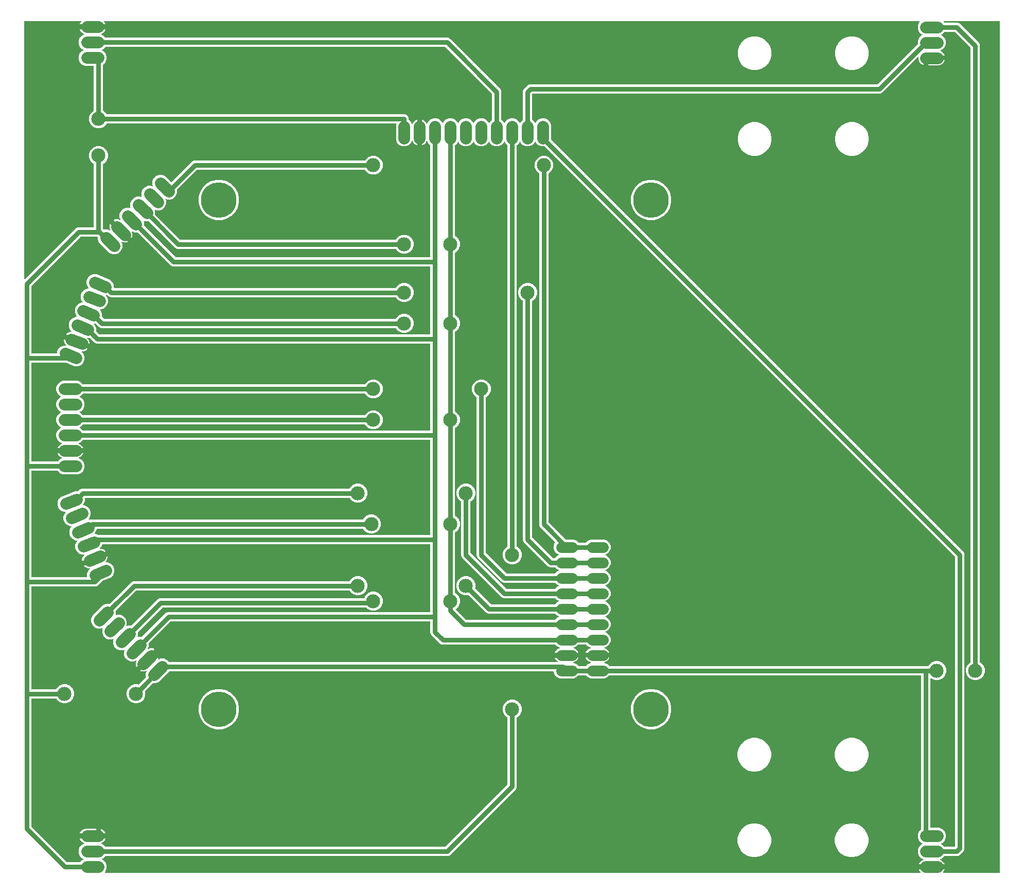
<source format=gbr>
G04 EAGLE Gerber RS-274X export*
G75*
%MOMM*%
%FSLAX34Y34*%
%LPD*%
%INBottom Copper*%
%IPPOS*%
%AMOC8*
5,1,8,0,0,1.08239X$1,22.5*%
G01*
G04 Define Apertures*
%ADD10C,1.778000*%
%ADD11C,5.842000*%
%ADD12C,1.930400*%
%ADD13C,0.762000*%
%ADD14C,2.324000*%
G36*
X1484388Y10220D02*
X1484090Y10160D01*
X143306Y10160D01*
X143042Y10207D01*
X142784Y10366D01*
X142609Y10614D01*
X142544Y10910D01*
X142599Y11208D01*
X142767Y11461D01*
X143493Y12186D01*
X145542Y17134D01*
X145542Y22490D01*
X143493Y27438D01*
X139706Y31225D01*
X138297Y31808D01*
X138072Y31952D01*
X137894Y32198D01*
X137827Y32494D01*
X137880Y32792D01*
X138046Y33047D01*
X138297Y33216D01*
X139706Y33799D01*
X143275Y37369D01*
X143517Y37532D01*
X143814Y37592D01*
X707128Y37592D01*
X709928Y38752D01*
X819260Y148084D01*
X820420Y150884D01*
X820420Y265346D01*
X820473Y265626D01*
X820639Y265880D01*
X820890Y266050D01*
X821540Y266319D01*
X825881Y270660D01*
X828230Y276331D01*
X828230Y282469D01*
X825881Y288140D01*
X821540Y292481D01*
X815869Y294830D01*
X809731Y294830D01*
X804060Y292481D01*
X799719Y288140D01*
X797370Y282469D01*
X797370Y276331D01*
X799719Y270660D01*
X804060Y266319D01*
X804710Y266050D01*
X804948Y265893D01*
X805120Y265643D01*
X805180Y265346D01*
X805180Y155872D01*
X805124Y155586D01*
X804957Y155333D01*
X702679Y53055D01*
X702437Y52892D01*
X702140Y52832D01*
X143814Y52832D01*
X143528Y52888D01*
X143275Y53055D01*
X139706Y56625D01*
X136638Y57895D01*
X136412Y58039D01*
X136235Y58285D01*
X136168Y58581D01*
X136221Y58880D01*
X136386Y59134D01*
X136638Y59303D01*
X138986Y60276D01*
X142416Y63706D01*
X143593Y66548D01*
X101263Y66548D01*
X102440Y63706D01*
X105870Y60276D01*
X108218Y59303D01*
X108444Y59159D01*
X108621Y58913D01*
X108689Y58618D01*
X108635Y58319D01*
X108470Y58065D01*
X108218Y57895D01*
X105150Y56625D01*
X101363Y52838D01*
X99314Y47890D01*
X99314Y42534D01*
X101363Y37586D01*
X105150Y33799D01*
X106559Y33216D01*
X106784Y33072D01*
X106962Y32826D01*
X107029Y32530D01*
X106976Y32232D01*
X106811Y31978D01*
X106559Y31808D01*
X105150Y31225D01*
X101581Y27655D01*
X101339Y27492D01*
X101042Y27432D01*
X80434Y27432D01*
X80148Y27488D01*
X79895Y27655D01*
X21813Y85737D01*
X21650Y85979D01*
X21590Y86276D01*
X21590Y296418D01*
X21641Y296693D01*
X21805Y296948D01*
X22055Y297120D01*
X22352Y297180D01*
X62146Y297180D01*
X62426Y297127D01*
X62680Y296961D01*
X62850Y296710D01*
X63119Y296060D01*
X67460Y291719D01*
X73131Y289370D01*
X79269Y289370D01*
X84940Y291719D01*
X89281Y296060D01*
X91630Y301731D01*
X91630Y307869D01*
X89281Y313540D01*
X84940Y317881D01*
X79269Y320230D01*
X73131Y320230D01*
X67460Y317881D01*
X63119Y313540D01*
X62850Y312890D01*
X62693Y312652D01*
X62443Y312480D01*
X62146Y312420D01*
X22352Y312420D01*
X22077Y312471D01*
X21822Y312635D01*
X21650Y312885D01*
X21590Y313182D01*
X21590Y480568D01*
X21641Y480843D01*
X21805Y481098D01*
X22055Y481270D01*
X22352Y481330D01*
X127500Y481330D01*
X130300Y482490D01*
X137995Y490185D01*
X138242Y490350D01*
X152206Y496134D01*
X155993Y499921D01*
X158042Y504869D01*
X158042Y510224D01*
X155993Y515172D01*
X152206Y518959D01*
X147258Y521009D01*
X143937Y521009D01*
X143674Y521056D01*
X143416Y521215D01*
X143241Y521462D01*
X143176Y521758D01*
X143231Y522057D01*
X143399Y522309D01*
X145196Y524107D01*
X147052Y528588D01*
X147052Y531664D01*
X107944Y515465D01*
X110119Y513290D01*
X114601Y511434D01*
X117143Y511434D01*
X117406Y511387D01*
X117664Y511228D01*
X117839Y510980D01*
X117904Y510684D01*
X117849Y510386D01*
X117681Y510133D01*
X115333Y507785D01*
X113284Y502837D01*
X113284Y497332D01*
X113233Y497057D01*
X113069Y496802D01*
X112819Y496630D01*
X112522Y496570D01*
X22352Y496570D01*
X22077Y496621D01*
X21822Y496785D01*
X21650Y497035D01*
X21590Y497332D01*
X21590Y671068D01*
X21641Y671343D01*
X21805Y671598D01*
X22055Y671770D01*
X22352Y671830D01*
X64339Y671830D01*
X64625Y671774D01*
X64878Y671607D01*
X68447Y668037D01*
X73395Y665988D01*
X98055Y665988D01*
X103003Y668037D01*
X106790Y671824D01*
X108839Y676772D01*
X108839Y682128D01*
X106790Y687076D01*
X103003Y690863D01*
X99935Y692133D01*
X99709Y692277D01*
X99532Y692523D01*
X99465Y692819D01*
X99518Y693118D01*
X99683Y693372D01*
X99935Y693541D01*
X102283Y694514D01*
X105713Y697944D01*
X106890Y700786D01*
X64560Y700786D01*
X65737Y697944D01*
X69167Y694514D01*
X71515Y693541D01*
X71741Y693397D01*
X71918Y693151D01*
X71986Y692856D01*
X71932Y692557D01*
X71767Y692303D01*
X71515Y692133D01*
X68447Y690863D01*
X64878Y687293D01*
X64636Y687130D01*
X64339Y687070D01*
X22352Y687070D01*
X22077Y687121D01*
X21822Y687285D01*
X21650Y687535D01*
X21590Y687832D01*
X21590Y848819D01*
X21641Y849094D01*
X21805Y849350D01*
X22055Y849521D01*
X22352Y849581D01*
X78434Y849581D01*
X78726Y849523D01*
X92690Y843739D01*
X98045Y843739D01*
X102993Y845789D01*
X106780Y849576D01*
X108829Y854524D01*
X108829Y859879D01*
X106780Y864827D01*
X104432Y867175D01*
X104279Y867395D01*
X104209Y867690D01*
X104260Y867989D01*
X104423Y868244D01*
X104673Y868416D01*
X104971Y868476D01*
X107513Y868476D01*
X111994Y870332D01*
X114169Y872507D01*
X75061Y888707D01*
X75061Y885630D01*
X76917Y881149D01*
X78715Y879352D01*
X78868Y879132D01*
X78937Y878837D01*
X78887Y878538D01*
X78723Y878283D01*
X78473Y878111D01*
X78176Y878051D01*
X74855Y878051D01*
X69907Y876001D01*
X66120Y872214D01*
X64071Y867266D01*
X64071Y865583D01*
X64020Y865309D01*
X63856Y865053D01*
X63606Y864882D01*
X63309Y864821D01*
X22352Y864821D01*
X22077Y864873D01*
X21822Y865036D01*
X21650Y865286D01*
X21590Y865583D01*
X21590Y975698D01*
X21646Y975984D01*
X21813Y976237D01*
X102144Y1056567D01*
X102385Y1056730D01*
X102683Y1056791D01*
X129997Y1056791D01*
X130272Y1056739D01*
X130527Y1056576D01*
X130699Y1056326D01*
X130759Y1056029D01*
X130759Y1052767D01*
X132809Y1047819D01*
X150245Y1030382D01*
X155193Y1028333D01*
X160549Y1028333D01*
X165497Y1030382D01*
X169284Y1034169D01*
X171333Y1039117D01*
X171333Y1044472D01*
X170062Y1047540D01*
X170005Y1047802D01*
X170053Y1048101D01*
X170215Y1048358D01*
X170463Y1048531D01*
X170760Y1048594D01*
X171058Y1048536D01*
X173406Y1047563D01*
X178257Y1047563D01*
X181099Y1048740D01*
X151167Y1078672D01*
X149990Y1075830D01*
X149990Y1070980D01*
X150962Y1068631D01*
X151020Y1068370D01*
X150971Y1068071D01*
X150810Y1067814D01*
X150561Y1067641D01*
X150264Y1067578D01*
X149967Y1067636D01*
X146899Y1068907D01*
X141543Y1068907D01*
X141453Y1068869D01*
X141173Y1068811D01*
X140875Y1068867D01*
X140622Y1069034D01*
X139923Y1069733D01*
X139760Y1069975D01*
X139700Y1070272D01*
X139700Y1176571D01*
X139753Y1176851D01*
X139919Y1177105D01*
X140170Y1177275D01*
X140820Y1177544D01*
X145161Y1181885D01*
X147510Y1187556D01*
X147510Y1193694D01*
X145161Y1199365D01*
X140820Y1203706D01*
X135149Y1206055D01*
X129011Y1206055D01*
X123340Y1203706D01*
X118999Y1199365D01*
X116650Y1193694D01*
X116650Y1187556D01*
X118999Y1181885D01*
X123340Y1177544D01*
X123990Y1177275D01*
X124228Y1177118D01*
X124400Y1176868D01*
X124460Y1176571D01*
X124460Y1072793D01*
X124409Y1072518D01*
X124245Y1072262D01*
X123995Y1072091D01*
X123698Y1072031D01*
X97695Y1072031D01*
X94894Y1070871D01*
X11461Y987437D01*
X11241Y987284D01*
X10946Y987214D01*
X10647Y987265D01*
X10392Y987429D01*
X10220Y987679D01*
X10160Y987976D01*
X10160Y1411353D01*
X10211Y1411628D01*
X10375Y1411883D01*
X10625Y1412055D01*
X10922Y1412115D01*
X103346Y1412115D01*
X103610Y1412068D01*
X103868Y1411909D01*
X104043Y1411661D01*
X104108Y1411365D01*
X104053Y1411067D01*
X103885Y1410814D01*
X102440Y1409369D01*
X101263Y1406527D01*
X143593Y1406527D01*
X142416Y1409369D01*
X140971Y1410814D01*
X140818Y1411034D01*
X140748Y1411329D01*
X140799Y1411628D01*
X140962Y1411883D01*
X141213Y1412055D01*
X141510Y1412115D01*
X1482677Y1412115D01*
X1482941Y1412068D01*
X1483199Y1411909D01*
X1483374Y1411661D01*
X1483439Y1411365D01*
X1483384Y1411067D01*
X1483216Y1410814D01*
X1482107Y1409706D01*
X1480058Y1404758D01*
X1480058Y1399402D01*
X1482107Y1394454D01*
X1485894Y1390667D01*
X1487303Y1390084D01*
X1487528Y1389940D01*
X1487706Y1389694D01*
X1487773Y1389398D01*
X1487720Y1389100D01*
X1487555Y1388846D01*
X1487303Y1388676D01*
X1485894Y1388093D01*
X1482107Y1384306D01*
X1480058Y1379358D01*
X1480058Y1374310D01*
X1480002Y1374024D01*
X1479835Y1373771D01*
X1414387Y1308323D01*
X1414145Y1308160D01*
X1413848Y1308100D01*
X841764Y1308100D01*
X838964Y1306940D01*
X831740Y1299716D01*
X830580Y1296916D01*
X830580Y1250238D01*
X830524Y1249952D01*
X830357Y1249699D01*
X826787Y1246130D01*
X826204Y1244721D01*
X826060Y1244496D01*
X825814Y1244318D01*
X825518Y1244251D01*
X825220Y1244304D01*
X824966Y1244470D01*
X824796Y1244721D01*
X824213Y1246130D01*
X820426Y1249917D01*
X815478Y1251966D01*
X810122Y1251966D01*
X805174Y1249917D01*
X801387Y1246130D01*
X800804Y1244721D01*
X800660Y1244496D01*
X800414Y1244318D01*
X800118Y1244251D01*
X799820Y1244304D01*
X799566Y1244470D01*
X799396Y1244721D01*
X798813Y1246130D01*
X795243Y1249699D01*
X795080Y1249941D01*
X795020Y1250238D01*
X795020Y1296916D01*
X793860Y1299716D01*
X710053Y1383523D01*
X707253Y1384683D01*
X143814Y1384683D01*
X143528Y1384739D01*
X143275Y1384906D01*
X139706Y1388476D01*
X136638Y1389746D01*
X136412Y1389890D01*
X136235Y1390136D01*
X136168Y1390432D01*
X136221Y1390731D01*
X136386Y1390985D01*
X136638Y1391154D01*
X138986Y1392127D01*
X142416Y1395557D01*
X143593Y1398399D01*
X101263Y1398399D01*
X102440Y1395557D01*
X105870Y1392127D01*
X108218Y1391154D01*
X108444Y1391010D01*
X108621Y1390764D01*
X108689Y1390469D01*
X108635Y1390170D01*
X108470Y1389916D01*
X108218Y1389746D01*
X105150Y1388476D01*
X101363Y1384689D01*
X99314Y1379741D01*
X99314Y1374385D01*
X101363Y1369437D01*
X105150Y1365650D01*
X106559Y1365067D01*
X106784Y1364923D01*
X106962Y1364677D01*
X107029Y1364381D01*
X106976Y1364083D01*
X106811Y1363829D01*
X106559Y1363659D01*
X105150Y1363076D01*
X101363Y1359289D01*
X99314Y1354341D01*
X99314Y1348985D01*
X101363Y1344037D01*
X105150Y1340250D01*
X110098Y1338201D01*
X123698Y1338201D01*
X123973Y1338150D01*
X124228Y1337986D01*
X124400Y1337736D01*
X124460Y1337439D01*
X124460Y1265004D01*
X124407Y1264724D01*
X124241Y1264470D01*
X123990Y1264300D01*
X123340Y1264031D01*
X118999Y1259690D01*
X116650Y1254019D01*
X116650Y1247881D01*
X118999Y1242210D01*
X123340Y1237869D01*
X129011Y1235520D01*
X135149Y1235520D01*
X140820Y1237869D01*
X145161Y1242210D01*
X145430Y1242860D01*
X145587Y1243098D01*
X145837Y1243270D01*
X146134Y1243330D01*
X621287Y1243330D01*
X621556Y1243281D01*
X621813Y1243120D01*
X621987Y1242871D01*
X622049Y1242574D01*
X621991Y1242276D01*
X621538Y1241182D01*
X621538Y1216522D01*
X623587Y1211574D01*
X627374Y1207787D01*
X632322Y1205738D01*
X637678Y1205738D01*
X642626Y1207787D01*
X646413Y1211574D01*
X647683Y1214642D01*
X647827Y1214868D01*
X648073Y1215045D01*
X648369Y1215113D01*
X648668Y1215059D01*
X648922Y1214894D01*
X649091Y1214642D01*
X650064Y1212294D01*
X653494Y1208864D01*
X656336Y1207687D01*
X656336Y1250017D01*
X653494Y1248840D01*
X650064Y1245410D01*
X649091Y1243062D01*
X648947Y1242836D01*
X648701Y1242659D01*
X648406Y1242592D01*
X648107Y1242645D01*
X647853Y1242810D01*
X647683Y1243062D01*
X646413Y1246130D01*
X642843Y1249699D01*
X642680Y1249941D01*
X642620Y1250238D01*
X642620Y1252466D01*
X641460Y1255266D01*
X639316Y1257410D01*
X636516Y1258570D01*
X146134Y1258570D01*
X145854Y1258623D01*
X145600Y1258789D01*
X145430Y1259040D01*
X145161Y1259690D01*
X140820Y1264031D01*
X140170Y1264300D01*
X139932Y1264457D01*
X139760Y1264707D01*
X139700Y1265004D01*
X139700Y1339929D01*
X139756Y1340215D01*
X139923Y1340468D01*
X143493Y1344037D01*
X145542Y1348985D01*
X145542Y1354341D01*
X143493Y1359289D01*
X139706Y1363076D01*
X138297Y1363659D01*
X138072Y1363803D01*
X137894Y1364049D01*
X137827Y1364345D01*
X137880Y1364643D01*
X138046Y1364898D01*
X138297Y1365067D01*
X139706Y1365650D01*
X143275Y1369220D01*
X143517Y1369383D01*
X143814Y1369443D01*
X702265Y1369443D01*
X702551Y1369387D01*
X702804Y1369220D01*
X779557Y1292467D01*
X779720Y1292225D01*
X779780Y1291928D01*
X779780Y1250238D01*
X779724Y1249952D01*
X779557Y1249699D01*
X775987Y1246130D01*
X775404Y1244721D01*
X775260Y1244496D01*
X775014Y1244318D01*
X774718Y1244251D01*
X774420Y1244304D01*
X774166Y1244470D01*
X773996Y1244721D01*
X773413Y1246130D01*
X769626Y1249917D01*
X764678Y1251966D01*
X759322Y1251966D01*
X754374Y1249917D01*
X750587Y1246130D01*
X750004Y1244721D01*
X749860Y1244496D01*
X749614Y1244318D01*
X749318Y1244251D01*
X749020Y1244304D01*
X748766Y1244470D01*
X748596Y1244721D01*
X748013Y1246130D01*
X744226Y1249917D01*
X739278Y1251966D01*
X733922Y1251966D01*
X728974Y1249917D01*
X725187Y1246130D01*
X724604Y1244721D01*
X724460Y1244496D01*
X724214Y1244318D01*
X723918Y1244251D01*
X723620Y1244304D01*
X723366Y1244470D01*
X723196Y1244721D01*
X722613Y1246130D01*
X718826Y1249917D01*
X713878Y1251966D01*
X708522Y1251966D01*
X703574Y1249917D01*
X699787Y1246130D01*
X699204Y1244721D01*
X699060Y1244496D01*
X698814Y1244318D01*
X698518Y1244251D01*
X698220Y1244304D01*
X697966Y1244470D01*
X697796Y1244721D01*
X697213Y1246130D01*
X693426Y1249917D01*
X688478Y1251966D01*
X683122Y1251966D01*
X678174Y1249917D01*
X674387Y1246130D01*
X673117Y1243062D01*
X672973Y1242836D01*
X672727Y1242659D01*
X672431Y1242592D01*
X672132Y1242645D01*
X671878Y1242810D01*
X671709Y1243062D01*
X670736Y1245410D01*
X667306Y1248840D01*
X664464Y1250017D01*
X664464Y1207687D01*
X667306Y1208864D01*
X670736Y1212294D01*
X671709Y1214642D01*
X671853Y1214868D01*
X672099Y1215045D01*
X672394Y1215113D01*
X672693Y1215059D01*
X672947Y1214894D01*
X673117Y1214642D01*
X674387Y1211574D01*
X677957Y1208005D01*
X678120Y1207763D01*
X678180Y1207466D01*
X678180Y1024382D01*
X678129Y1024107D01*
X677965Y1023852D01*
X677715Y1023680D01*
X677418Y1023620D01*
X258980Y1023620D01*
X258694Y1023676D01*
X258441Y1023843D01*
X207477Y1074807D01*
X207314Y1075048D01*
X207254Y1075346D01*
X207254Y1080393D01*
X206671Y1081802D01*
X206613Y1082063D01*
X206662Y1082363D01*
X206823Y1082619D01*
X207072Y1082793D01*
X207368Y1082856D01*
X207666Y1082798D01*
X209075Y1082214D01*
X214123Y1082214D01*
X214409Y1082158D01*
X214661Y1081991D01*
X258537Y1038115D01*
X261338Y1036955D01*
X620946Y1036955D01*
X621226Y1036902D01*
X621480Y1036736D01*
X621650Y1036485D01*
X621919Y1035835D01*
X626260Y1031494D01*
X631931Y1029145D01*
X638069Y1029145D01*
X643740Y1031494D01*
X648081Y1035835D01*
X650430Y1041506D01*
X650430Y1047644D01*
X648081Y1053315D01*
X643740Y1057656D01*
X638069Y1060005D01*
X631931Y1060005D01*
X626260Y1057656D01*
X621919Y1053315D01*
X621650Y1052665D01*
X621493Y1052427D01*
X621243Y1052255D01*
X620946Y1052195D01*
X266326Y1052195D01*
X266040Y1052251D01*
X265787Y1052418D01*
X225438Y1092767D01*
X225275Y1093009D01*
X225215Y1093306D01*
X225215Y1098354D01*
X224631Y1099763D01*
X224574Y1100024D01*
X224622Y1100323D01*
X224784Y1100580D01*
X225032Y1100753D01*
X225329Y1100816D01*
X225627Y1100758D01*
X227035Y1100175D01*
X232391Y1100175D01*
X237339Y1102224D01*
X241126Y1106011D01*
X243175Y1110959D01*
X243175Y1116314D01*
X242592Y1117723D01*
X242534Y1117984D01*
X242583Y1118284D01*
X242744Y1118540D01*
X242993Y1118714D01*
X243290Y1118777D01*
X243587Y1118719D01*
X244996Y1118135D01*
X250351Y1118135D01*
X255299Y1120185D01*
X259086Y1123972D01*
X261136Y1128919D01*
X261136Y1133967D01*
X261191Y1134253D01*
X261359Y1134506D01*
X293760Y1166907D01*
X294001Y1167070D01*
X294298Y1167130D01*
X570146Y1167130D01*
X570426Y1167077D01*
X570680Y1166911D01*
X570850Y1166660D01*
X571119Y1166010D01*
X575460Y1161669D01*
X581131Y1159320D01*
X587269Y1159320D01*
X592940Y1161669D01*
X597281Y1166010D01*
X599630Y1171681D01*
X599630Y1177819D01*
X597281Y1183490D01*
X592940Y1187831D01*
X587269Y1190180D01*
X581131Y1190180D01*
X575460Y1187831D01*
X571119Y1183490D01*
X570850Y1182840D01*
X570693Y1182602D01*
X570443Y1182430D01*
X570146Y1182370D01*
X289311Y1182370D01*
X286510Y1181210D01*
X252343Y1147043D01*
X252113Y1146885D01*
X251817Y1146820D01*
X251519Y1146876D01*
X251266Y1147043D01*
X241649Y1156660D01*
X236701Y1158709D01*
X231346Y1158709D01*
X226398Y1156660D01*
X222611Y1152873D01*
X220562Y1147925D01*
X220562Y1142569D01*
X221145Y1141161D01*
X221202Y1140899D01*
X221154Y1140600D01*
X220993Y1140343D01*
X220744Y1140170D01*
X220447Y1140107D01*
X220149Y1140165D01*
X218741Y1140749D01*
X213385Y1140749D01*
X208437Y1138699D01*
X204651Y1134912D01*
X202601Y1129964D01*
X202601Y1124609D01*
X203185Y1123200D01*
X203242Y1122939D01*
X203194Y1122640D01*
X203032Y1122383D01*
X202783Y1122209D01*
X202487Y1122147D01*
X202189Y1122205D01*
X200780Y1122788D01*
X195425Y1122788D01*
X190477Y1120739D01*
X186690Y1116952D01*
X184641Y1112004D01*
X184641Y1106648D01*
X185224Y1105240D01*
X185281Y1104978D01*
X185233Y1104679D01*
X185072Y1104422D01*
X184823Y1104249D01*
X184526Y1104186D01*
X184228Y1104244D01*
X182820Y1104828D01*
X177464Y1104828D01*
X172516Y1102778D01*
X168730Y1098991D01*
X166680Y1094043D01*
X166680Y1088688D01*
X167951Y1085620D01*
X168008Y1085359D01*
X167960Y1085059D01*
X167798Y1084802D01*
X167550Y1084629D01*
X167253Y1084566D01*
X166955Y1084624D01*
X164607Y1085597D01*
X159756Y1085597D01*
X156914Y1084420D01*
X186846Y1054488D01*
X188024Y1057330D01*
X188024Y1062180D01*
X187051Y1064529D01*
X186993Y1064790D01*
X187042Y1065089D01*
X187203Y1065346D01*
X187452Y1065520D01*
X187749Y1065582D01*
X188046Y1065524D01*
X191114Y1064254D01*
X196162Y1064254D01*
X196448Y1064198D01*
X196701Y1064030D01*
X251191Y1009540D01*
X253992Y1008380D01*
X677418Y1008380D01*
X677693Y1008329D01*
X677948Y1008165D01*
X678120Y1007915D01*
X678180Y1007618D01*
X678180Y897382D01*
X678129Y897107D01*
X677965Y896852D01*
X677715Y896680D01*
X677418Y896620D01*
X133414Y896620D01*
X133128Y896676D01*
X132875Y896843D01*
X128493Y901226D01*
X128330Y901467D01*
X128270Y901764D01*
X128270Y906812D01*
X126220Y911760D01*
X125142Y912838D01*
X124989Y913058D01*
X124919Y913353D01*
X124970Y913652D01*
X125134Y913907D01*
X125384Y914079D01*
X125681Y914139D01*
X126898Y914139D01*
X127184Y914083D01*
X127437Y913916D01*
X133412Y907940D01*
X136213Y906780D01*
X620946Y906780D01*
X621226Y906727D01*
X621480Y906561D01*
X621650Y906310D01*
X621919Y905660D01*
X626260Y901319D01*
X631931Y898970D01*
X638069Y898970D01*
X643740Y901319D01*
X648081Y905660D01*
X650430Y911331D01*
X650430Y917469D01*
X648081Y923140D01*
X643740Y927481D01*
X638069Y929830D01*
X631931Y929830D01*
X626260Y927481D01*
X621919Y923140D01*
X621650Y922490D01*
X621493Y922252D01*
X621243Y922080D01*
X620946Y922020D01*
X141201Y922020D01*
X140915Y922076D01*
X140662Y922243D01*
X138213Y924692D01*
X138050Y924934D01*
X137990Y925231D01*
X137990Y930279D01*
X135940Y935227D01*
X134862Y936305D01*
X134709Y936524D01*
X134639Y936819D01*
X134690Y937118D01*
X134854Y937374D01*
X135104Y937545D01*
X135401Y937606D01*
X136926Y937606D01*
X141874Y939655D01*
X145661Y943442D01*
X147710Y948390D01*
X147710Y953745D01*
X145661Y958693D01*
X144582Y959771D01*
X144429Y959991D01*
X144360Y960286D01*
X144410Y960585D01*
X144574Y960840D01*
X144824Y961012D01*
X145121Y961072D01*
X146338Y961072D01*
X146624Y961016D01*
X146877Y960849D01*
X148986Y958740D01*
X151787Y957580D01*
X620946Y957580D01*
X621226Y957527D01*
X621480Y957361D01*
X621650Y957110D01*
X621919Y956460D01*
X626260Y952119D01*
X631931Y949770D01*
X638069Y949770D01*
X643740Y952119D01*
X648081Y956460D01*
X650430Y962131D01*
X650430Y968269D01*
X648081Y973940D01*
X643740Y978281D01*
X638069Y980630D01*
X631931Y980630D01*
X626260Y978281D01*
X621919Y973940D01*
X621650Y973290D01*
X621493Y973052D01*
X621243Y972880D01*
X620946Y972820D01*
X158192Y972820D01*
X157917Y972871D01*
X157662Y973035D01*
X157490Y973285D01*
X157430Y973582D01*
X157430Y977212D01*
X155381Y982160D01*
X151594Y985947D01*
X128811Y995383D01*
X123456Y995383D01*
X118508Y993334D01*
X114721Y989547D01*
X112672Y984599D01*
X112672Y979244D01*
X114721Y974296D01*
X115799Y973218D01*
X115952Y972998D01*
X116022Y972703D01*
X115971Y972404D01*
X115808Y972149D01*
X115558Y971977D01*
X115260Y971917D01*
X113736Y971917D01*
X108788Y969867D01*
X105001Y966080D01*
X102951Y961133D01*
X102951Y955777D01*
X105001Y950829D01*
X106079Y949751D01*
X106232Y949532D01*
X106302Y949237D01*
X106251Y948938D01*
X106088Y948682D01*
X105837Y948511D01*
X105540Y948450D01*
X104015Y948450D01*
X99068Y946401D01*
X95281Y942614D01*
X93231Y937666D01*
X93231Y932311D01*
X95281Y927363D01*
X96359Y926285D01*
X96512Y926065D01*
X96582Y925770D01*
X96531Y925471D01*
X96367Y925216D01*
X96117Y925044D01*
X95820Y924984D01*
X94295Y924984D01*
X89347Y922934D01*
X85561Y919147D01*
X83511Y914200D01*
X83511Y908844D01*
X85561Y903896D01*
X87909Y901548D01*
X88062Y901329D01*
X88131Y901034D01*
X88081Y900735D01*
X87917Y900479D01*
X87667Y900308D01*
X87370Y900247D01*
X84828Y900247D01*
X80347Y898391D01*
X78171Y896216D01*
X117279Y880017D01*
X117279Y883093D01*
X115423Y887574D01*
X113626Y889372D01*
X113473Y889591D01*
X113403Y889886D01*
X113454Y890185D01*
X113617Y890441D01*
X113867Y890612D01*
X114165Y890672D01*
X117178Y890672D01*
X117464Y890617D01*
X117717Y890449D01*
X125626Y882540D01*
X128426Y881380D01*
X677418Y881380D01*
X677693Y881329D01*
X677948Y881165D01*
X678120Y880915D01*
X678180Y880618D01*
X678180Y738632D01*
X678129Y738357D01*
X677965Y738102D01*
X677715Y737930D01*
X677418Y737870D01*
X107111Y737870D01*
X106825Y737926D01*
X106572Y738093D01*
X103003Y741663D01*
X101594Y742246D01*
X101369Y742390D01*
X101191Y742636D01*
X101124Y742932D01*
X101177Y743230D01*
X101343Y743485D01*
X101594Y743654D01*
X103003Y744237D01*
X106572Y747807D01*
X106814Y747970D01*
X107111Y748030D01*
X570146Y748030D01*
X570426Y747977D01*
X570680Y747811D01*
X570850Y747560D01*
X571119Y746910D01*
X575460Y742569D01*
X581131Y740220D01*
X587269Y740220D01*
X592940Y742569D01*
X597281Y746910D01*
X599630Y752581D01*
X599630Y758719D01*
X597281Y764390D01*
X592940Y768731D01*
X587269Y771080D01*
X581131Y771080D01*
X575460Y768731D01*
X571119Y764390D01*
X570850Y763740D01*
X570693Y763502D01*
X570443Y763330D01*
X570146Y763270D01*
X107111Y763270D01*
X106825Y763326D01*
X106572Y763493D01*
X103003Y767063D01*
X101594Y767646D01*
X101369Y767790D01*
X101191Y768036D01*
X101124Y768332D01*
X101177Y768630D01*
X101343Y768885D01*
X101594Y769054D01*
X103003Y769637D01*
X106790Y773424D01*
X108839Y778372D01*
X108839Y783728D01*
X106790Y788676D01*
X103003Y792463D01*
X101594Y793046D01*
X101369Y793190D01*
X101191Y793436D01*
X101124Y793732D01*
X101177Y794030D01*
X101343Y794285D01*
X101594Y794454D01*
X103003Y795037D01*
X106572Y798607D01*
X106814Y798770D01*
X107111Y798830D01*
X570146Y798830D01*
X570426Y798777D01*
X570680Y798611D01*
X570850Y798360D01*
X571119Y797710D01*
X575460Y793369D01*
X581131Y791020D01*
X587269Y791020D01*
X592940Y793369D01*
X597281Y797710D01*
X599630Y803381D01*
X599630Y809519D01*
X597281Y815190D01*
X592940Y819531D01*
X587269Y821880D01*
X581131Y821880D01*
X575460Y819531D01*
X571119Y815190D01*
X570850Y814540D01*
X570693Y814302D01*
X570443Y814130D01*
X570146Y814070D01*
X107111Y814070D01*
X106825Y814126D01*
X106572Y814293D01*
X103003Y817863D01*
X98055Y819912D01*
X73395Y819912D01*
X68447Y817863D01*
X64660Y814076D01*
X62611Y809128D01*
X62611Y803772D01*
X64660Y798824D01*
X68447Y795037D01*
X69856Y794454D01*
X70081Y794310D01*
X70259Y794064D01*
X70326Y793768D01*
X70273Y793470D01*
X70108Y793216D01*
X69856Y793046D01*
X68447Y792463D01*
X64660Y788676D01*
X62611Y783728D01*
X62611Y778372D01*
X64660Y773424D01*
X68447Y769637D01*
X69856Y769054D01*
X70081Y768910D01*
X70259Y768664D01*
X70326Y768368D01*
X70273Y768070D01*
X70108Y767816D01*
X69856Y767646D01*
X68447Y767063D01*
X64660Y763276D01*
X62611Y758328D01*
X62611Y752972D01*
X64660Y748024D01*
X68447Y744237D01*
X69856Y743654D01*
X70081Y743510D01*
X70259Y743264D01*
X70326Y742968D01*
X70273Y742670D01*
X70108Y742416D01*
X69856Y742246D01*
X68447Y741663D01*
X64660Y737876D01*
X62611Y732928D01*
X62611Y727572D01*
X64660Y722624D01*
X68447Y718837D01*
X71515Y717567D01*
X71741Y717423D01*
X71918Y717177D01*
X71986Y716881D01*
X71932Y716582D01*
X71767Y716328D01*
X71515Y716159D01*
X69167Y715186D01*
X65737Y711756D01*
X64560Y708914D01*
X106890Y708914D01*
X105713Y711756D01*
X102283Y715186D01*
X99935Y716159D01*
X99709Y716303D01*
X99532Y716549D01*
X99465Y716844D01*
X99518Y717143D01*
X99683Y717397D01*
X99935Y717567D01*
X103003Y718837D01*
X106572Y722407D01*
X106814Y722570D01*
X107111Y722630D01*
X677418Y722630D01*
X677693Y722579D01*
X677948Y722415D01*
X678120Y722165D01*
X678180Y721868D01*
X678180Y567182D01*
X678129Y566907D01*
X677965Y566652D01*
X677715Y566480D01*
X677418Y566420D01*
X131643Y566420D01*
X131351Y566478D01*
X127818Y567942D01*
X126293Y567942D01*
X126030Y567989D01*
X125772Y568148D01*
X125596Y568395D01*
X125531Y568692D01*
X125587Y568990D01*
X125754Y569242D01*
X126832Y570321D01*
X128882Y575268D01*
X128882Y575818D01*
X128933Y576093D01*
X129097Y576348D01*
X129347Y576520D01*
X129644Y576580D01*
X566971Y576580D01*
X567251Y576527D01*
X567505Y576361D01*
X567675Y576110D01*
X567944Y575460D01*
X572285Y571119D01*
X577956Y568770D01*
X584094Y568770D01*
X589765Y571119D01*
X594106Y575460D01*
X596455Y581131D01*
X596455Y587269D01*
X594106Y592940D01*
X589765Y597281D01*
X584094Y599630D01*
X577956Y599630D01*
X572285Y597281D01*
X567944Y592940D01*
X567675Y592290D01*
X567518Y592052D01*
X567268Y591880D01*
X566971Y591820D01*
X120158Y591820D01*
X118922Y591308D01*
X118637Y591250D01*
X118339Y591308D01*
X118098Y591408D01*
X116573Y591408D01*
X116310Y591455D01*
X116052Y591615D01*
X115876Y591862D01*
X115811Y592158D01*
X115867Y592456D01*
X116034Y592709D01*
X117112Y593787D01*
X119162Y598735D01*
X119162Y604091D01*
X117112Y609038D01*
X113325Y612825D01*
X108378Y614875D01*
X106853Y614875D01*
X106590Y614922D01*
X106331Y615081D01*
X106156Y615328D01*
X106091Y615625D01*
X106147Y615923D01*
X106314Y616176D01*
X107392Y617254D01*
X109442Y622202D01*
X109442Y626618D01*
X109493Y626893D01*
X109656Y627148D01*
X109906Y627320D01*
X110204Y627380D01*
X544746Y627380D01*
X545026Y627327D01*
X545280Y627161D01*
X545450Y626910D01*
X545719Y626260D01*
X550060Y621919D01*
X555731Y619570D01*
X561869Y619570D01*
X567540Y621919D01*
X571881Y626260D01*
X574230Y631931D01*
X574230Y638069D01*
X571881Y643740D01*
X567540Y648081D01*
X561869Y650430D01*
X555731Y650430D01*
X550060Y648081D01*
X545719Y643740D01*
X545450Y643090D01*
X545293Y642852D01*
X545043Y642680D01*
X544746Y642620D01*
X104585Y642620D01*
X101784Y641460D01*
X98889Y638564D01*
X98647Y638402D01*
X98350Y638341D01*
X93302Y638341D01*
X70519Y628905D01*
X66733Y625118D01*
X64683Y620170D01*
X64683Y614814D01*
X66733Y609866D01*
X70519Y606079D01*
X75467Y604030D01*
X76992Y604030D01*
X77255Y603983D01*
X77513Y603824D01*
X77689Y603576D01*
X77754Y603280D01*
X77698Y602982D01*
X77531Y602729D01*
X76453Y601651D01*
X74403Y596703D01*
X74403Y591348D01*
X76453Y586400D01*
X80240Y582613D01*
X85187Y580563D01*
X86712Y580563D01*
X86975Y580517D01*
X87233Y580357D01*
X87409Y580110D01*
X87474Y579814D01*
X87418Y579515D01*
X87251Y579263D01*
X86173Y578185D01*
X84123Y573237D01*
X84123Y567881D01*
X86173Y562933D01*
X89960Y559146D01*
X94908Y557097D01*
X96432Y557097D01*
X96696Y557050D01*
X96954Y556891D01*
X97129Y556643D01*
X97194Y556347D01*
X97139Y556049D01*
X96971Y555796D01*
X95893Y554718D01*
X93844Y549770D01*
X93844Y544415D01*
X95893Y539467D01*
X99680Y535680D01*
X104628Y533630D01*
X107948Y533630D01*
X108212Y533583D01*
X108470Y533424D01*
X108645Y533177D01*
X108710Y532881D01*
X108655Y532582D01*
X108487Y532330D01*
X106690Y530532D01*
X104834Y526051D01*
X104834Y522975D01*
X143942Y539174D01*
X141766Y541349D01*
X137285Y543205D01*
X134743Y543205D01*
X134480Y543252D01*
X134222Y543411D01*
X134047Y543659D01*
X133981Y543955D01*
X134037Y544253D01*
X134205Y544506D01*
X136553Y546854D01*
X138150Y550710D01*
X138306Y550948D01*
X138556Y551120D01*
X138854Y551180D01*
X677418Y551180D01*
X677693Y551129D01*
X677948Y550965D01*
X678120Y550715D01*
X678180Y550418D01*
X678180Y440182D01*
X678129Y439907D01*
X677965Y439652D01*
X677715Y439480D01*
X677418Y439420D01*
X246176Y439420D01*
X243375Y438260D01*
X204062Y398946D01*
X203820Y398783D01*
X203523Y398723D01*
X198475Y398723D01*
X197066Y398139D01*
X196805Y398082D01*
X196506Y398130D01*
X196249Y398292D01*
X196075Y398541D01*
X196013Y398837D01*
X196071Y399135D01*
X196654Y400544D01*
X196654Y405591D01*
X196710Y405877D01*
X196877Y406130D01*
X236929Y446182D01*
X237171Y446345D01*
X237468Y446405D01*
X572858Y446405D01*
X573144Y446349D01*
X573397Y446182D01*
X575460Y444119D01*
X581131Y441770D01*
X587269Y441770D01*
X592940Y444119D01*
X597281Y448460D01*
X599630Y454131D01*
X599630Y460269D01*
X597281Y465940D01*
X592940Y470281D01*
X587269Y472630D01*
X581131Y472630D01*
X575460Y470281D01*
X571119Y465940D01*
X569535Y462115D01*
X569378Y461877D01*
X569128Y461705D01*
X568831Y461645D01*
X232480Y461645D01*
X229679Y460485D01*
X227429Y458234D01*
X227429Y458234D01*
X186101Y416907D01*
X185859Y416744D01*
X185562Y416683D01*
X180514Y416683D01*
X179106Y416100D01*
X178845Y416042D01*
X178545Y416091D01*
X178288Y416252D01*
X178115Y416501D01*
X178052Y416798D01*
X178110Y417095D01*
X178694Y418504D01*
X178694Y423860D01*
X176644Y428807D01*
X172857Y432594D01*
X167909Y434644D01*
X162554Y434644D01*
X161145Y434060D01*
X160884Y434003D01*
X160585Y434051D01*
X160328Y434213D01*
X160154Y434462D01*
X160092Y434758D01*
X160150Y435056D01*
X160733Y436465D01*
X160733Y441512D01*
X160789Y441798D01*
X160956Y442051D01*
X193662Y474757D01*
X193904Y474920D01*
X194201Y474980D01*
X544746Y474980D01*
X545026Y474927D01*
X545280Y474761D01*
X545450Y474510D01*
X545719Y473860D01*
X550060Y469519D01*
X555731Y467170D01*
X561869Y467170D01*
X567540Y469519D01*
X571881Y473860D01*
X574230Y479531D01*
X574230Y485669D01*
X571881Y491340D01*
X567540Y495681D01*
X561869Y498030D01*
X555731Y498030D01*
X550060Y495681D01*
X545719Y491340D01*
X545450Y490690D01*
X545293Y490452D01*
X545043Y490280D01*
X544746Y490220D01*
X189213Y490220D01*
X186412Y489060D01*
X184162Y486809D01*
X184162Y486809D01*
X150180Y452828D01*
X149938Y452665D01*
X149641Y452604D01*
X144593Y452604D01*
X139646Y450555D01*
X122209Y433118D01*
X120159Y428170D01*
X120159Y422815D01*
X122209Y417867D01*
X125996Y414080D01*
X130943Y412030D01*
X136299Y412030D01*
X137708Y412614D01*
X137969Y412671D01*
X138268Y412623D01*
X138525Y412461D01*
X138698Y412213D01*
X138761Y411916D01*
X138703Y411618D01*
X138120Y410210D01*
X138120Y404854D01*
X140169Y399906D01*
X143956Y396119D01*
X148904Y394070D01*
X154260Y394070D01*
X155668Y394653D01*
X155929Y394711D01*
X156229Y394662D01*
X156485Y394501D01*
X156659Y394252D01*
X156722Y393955D01*
X156664Y393658D01*
X156080Y392249D01*
X156080Y386894D01*
X158130Y381946D01*
X161917Y378159D01*
X166864Y376109D01*
X172220Y376109D01*
X173629Y376693D01*
X173890Y376750D01*
X174189Y376702D01*
X174446Y376540D01*
X174619Y376292D01*
X174682Y375995D01*
X174624Y375697D01*
X174041Y374289D01*
X174041Y368933D01*
X176090Y363985D01*
X179877Y360198D01*
X184825Y358149D01*
X190181Y358149D01*
X193248Y359420D01*
X193510Y359477D01*
X193809Y359429D01*
X194066Y359267D01*
X194239Y359018D01*
X194302Y358722D01*
X194244Y358424D01*
X193271Y356076D01*
X193271Y351225D01*
X194449Y348383D01*
X224381Y378315D01*
X221538Y379492D01*
X216688Y379492D01*
X214339Y378520D01*
X214078Y378462D01*
X213779Y378511D01*
X213522Y378672D01*
X213349Y378921D01*
X213286Y379217D01*
X213344Y379515D01*
X214615Y382583D01*
X214615Y387631D01*
X214670Y387917D01*
X214838Y388170D01*
X250625Y423957D01*
X250867Y424120D01*
X251164Y424180D01*
X677418Y424180D01*
X677693Y424129D01*
X677948Y423965D01*
X678120Y423715D01*
X678180Y423418D01*
X678180Y404884D01*
X679340Y402084D01*
X694819Y386605D01*
X697619Y385445D01*
X883514Y385445D01*
X883800Y385389D01*
X884053Y385222D01*
X886341Y382933D01*
X890969Y381017D01*
X891194Y380873D01*
X891371Y380627D01*
X891439Y380331D01*
X891386Y380032D01*
X891220Y379778D01*
X890969Y379609D01*
X887060Y377990D01*
X883845Y374775D01*
X882847Y372364D01*
X922003Y372364D01*
X921005Y374775D01*
X917790Y377990D01*
X913881Y379609D01*
X913656Y379753D01*
X913479Y379999D01*
X913411Y380294D01*
X913464Y380593D01*
X913630Y380847D01*
X913881Y381017D01*
X918509Y382933D01*
X921432Y385857D01*
X921674Y386020D01*
X921971Y386080D01*
X933679Y386080D01*
X933965Y386024D01*
X934218Y385857D01*
X937141Y382933D01*
X941769Y381017D01*
X941994Y380873D01*
X942171Y380627D01*
X942239Y380331D01*
X942186Y380032D01*
X942020Y379778D01*
X941769Y379609D01*
X937860Y377990D01*
X934645Y374775D01*
X933647Y372364D01*
X972803Y372364D01*
X971805Y374775D01*
X968590Y377990D01*
X964681Y379609D01*
X964456Y379753D01*
X964279Y379999D01*
X964211Y380294D01*
X964264Y380593D01*
X964430Y380847D01*
X964681Y381017D01*
X969309Y382933D01*
X972882Y386506D01*
X974815Y391174D01*
X974815Y396226D01*
X972882Y400894D01*
X969309Y404467D01*
X966341Y405696D01*
X966115Y405840D01*
X965938Y406086D01*
X965871Y406382D01*
X965924Y406680D01*
X966089Y406935D01*
X966341Y407104D01*
X969309Y408333D01*
X972882Y411906D01*
X974815Y416574D01*
X974815Y421626D01*
X972882Y426294D01*
X969309Y429867D01*
X966341Y431096D01*
X966115Y431240D01*
X965938Y431486D01*
X965871Y431782D01*
X965924Y432080D01*
X966089Y432335D01*
X966341Y432504D01*
X969309Y433733D01*
X972882Y437306D01*
X974815Y441974D01*
X974815Y447026D01*
X972882Y451694D01*
X969309Y455267D01*
X966341Y456496D01*
X966115Y456640D01*
X965938Y456886D01*
X965871Y457182D01*
X965924Y457480D01*
X966089Y457735D01*
X966341Y457904D01*
X969309Y459133D01*
X972882Y462706D01*
X974815Y467374D01*
X974815Y472426D01*
X972882Y477094D01*
X969309Y480667D01*
X966341Y481896D01*
X966115Y482040D01*
X965938Y482286D01*
X965871Y482582D01*
X965924Y482880D01*
X966089Y483135D01*
X966341Y483304D01*
X969309Y484533D01*
X972882Y488106D01*
X974815Y492774D01*
X974815Y497826D01*
X972882Y502494D01*
X969309Y506067D01*
X966341Y507296D01*
X966115Y507440D01*
X965938Y507686D01*
X965871Y507982D01*
X965924Y508280D01*
X966089Y508535D01*
X966341Y508704D01*
X969309Y509933D01*
X972882Y513506D01*
X974815Y518174D01*
X974815Y523226D01*
X972882Y527894D01*
X969309Y531467D01*
X966341Y532696D01*
X966115Y532840D01*
X965938Y533086D01*
X965871Y533382D01*
X965924Y533680D01*
X966089Y533935D01*
X966341Y534104D01*
X969309Y535333D01*
X972882Y538906D01*
X974815Y543574D01*
X974815Y548626D01*
X972882Y553294D01*
X969309Y556867D01*
X964641Y558800D01*
X941809Y558800D01*
X937141Y556867D01*
X934218Y553943D01*
X933976Y553780D01*
X933679Y553720D01*
X921971Y553720D01*
X921685Y553776D01*
X921432Y553943D01*
X918509Y556867D01*
X913841Y558800D01*
X900817Y558800D01*
X900531Y558856D01*
X900278Y559023D01*
X872809Y586493D01*
X872646Y586734D01*
X872586Y587031D01*
X872586Y1160696D01*
X872639Y1160976D01*
X872804Y1161230D01*
X873056Y1161400D01*
X873706Y1161669D01*
X878046Y1166010D01*
X880396Y1171681D01*
X880396Y1177819D01*
X878046Y1183490D01*
X873706Y1187831D01*
X868035Y1190180D01*
X861896Y1190180D01*
X856225Y1187831D01*
X851885Y1183490D01*
X849536Y1177819D01*
X849536Y1171681D01*
X851885Y1166010D01*
X856225Y1161669D01*
X856875Y1161400D01*
X857114Y1161243D01*
X857285Y1160993D01*
X857346Y1160696D01*
X857346Y582044D01*
X858506Y579243D01*
X860756Y576992D01*
X883073Y554676D01*
X883231Y554445D01*
X883296Y554149D01*
X883240Y553851D01*
X883073Y553598D01*
X882768Y553294D01*
X880835Y548626D01*
X880835Y543574D01*
X882768Y538906D01*
X886341Y535333D01*
X889309Y534104D01*
X889535Y533960D01*
X889712Y533714D01*
X889779Y533418D01*
X889726Y533120D01*
X889561Y532866D01*
X889309Y532696D01*
X886341Y531467D01*
X883418Y528543D01*
X883176Y528380D01*
X882879Y528320D01*
X879772Y528320D01*
X879486Y528376D01*
X879233Y528543D01*
X846043Y561733D01*
X845880Y561975D01*
X845820Y562272D01*
X845820Y951146D01*
X845873Y951426D01*
X846039Y951680D01*
X846290Y951850D01*
X846940Y952119D01*
X851281Y956460D01*
X853630Y962131D01*
X853630Y968269D01*
X851281Y973940D01*
X846940Y978281D01*
X841269Y980630D01*
X835131Y980630D01*
X829460Y978281D01*
X825119Y973940D01*
X822770Y968269D01*
X822770Y962131D01*
X825119Y956460D01*
X829460Y952119D01*
X830110Y951850D01*
X830348Y951693D01*
X830520Y951443D01*
X830580Y951146D01*
X830580Y557284D01*
X831740Y554484D01*
X871984Y514240D01*
X874784Y513080D01*
X882879Y513080D01*
X883165Y513024D01*
X883418Y512857D01*
X886341Y509933D01*
X889309Y508704D01*
X889535Y508560D01*
X889712Y508314D01*
X889779Y508018D01*
X889726Y507720D01*
X889561Y507466D01*
X889309Y507296D01*
X886341Y506067D01*
X883418Y503143D01*
X883176Y502980D01*
X882879Y502920D01*
X803572Y502920D01*
X803286Y502976D01*
X803033Y503143D01*
X769843Y536333D01*
X769680Y536575D01*
X769620Y536872D01*
X769620Y792396D01*
X769673Y792676D01*
X769839Y792930D01*
X770090Y793100D01*
X770740Y793369D01*
X775081Y797710D01*
X777430Y803381D01*
X777430Y809519D01*
X775081Y815190D01*
X770740Y819531D01*
X765069Y821880D01*
X758931Y821880D01*
X753260Y819531D01*
X748919Y815190D01*
X746570Y809519D01*
X746570Y803381D01*
X748919Y797710D01*
X753260Y793369D01*
X753910Y793100D01*
X754148Y792943D01*
X754320Y792693D01*
X754380Y792396D01*
X754380Y531884D01*
X755540Y529084D01*
X795784Y488840D01*
X798584Y487680D01*
X882879Y487680D01*
X883165Y487624D01*
X883418Y487457D01*
X886341Y484533D01*
X889309Y483304D01*
X889535Y483160D01*
X889712Y482914D01*
X889779Y482618D01*
X889726Y482320D01*
X889561Y482066D01*
X889309Y481896D01*
X886341Y480667D01*
X883418Y477743D01*
X883176Y477580D01*
X882879Y477520D01*
X803572Y477520D01*
X803286Y477576D01*
X803033Y477743D01*
X744443Y536333D01*
X744280Y536575D01*
X744220Y536872D01*
X744220Y620946D01*
X744273Y621226D01*
X744439Y621480D01*
X744690Y621650D01*
X745340Y621919D01*
X749681Y626260D01*
X752030Y631931D01*
X752030Y638069D01*
X749681Y643740D01*
X745340Y648081D01*
X739669Y650430D01*
X733531Y650430D01*
X727860Y648081D01*
X723519Y643740D01*
X721170Y638069D01*
X721170Y631931D01*
X723519Y626260D01*
X727860Y621919D01*
X728510Y621650D01*
X728748Y621493D01*
X728920Y621243D01*
X728980Y620946D01*
X728980Y531884D01*
X730140Y529084D01*
X795784Y463440D01*
X798584Y462280D01*
X882879Y462280D01*
X883165Y462224D01*
X883418Y462057D01*
X886341Y459133D01*
X889309Y457904D01*
X889535Y457760D01*
X889712Y457514D01*
X889779Y457218D01*
X889726Y456920D01*
X889561Y456666D01*
X889309Y456496D01*
X886341Y455267D01*
X883418Y452343D01*
X883176Y452180D01*
X882879Y452120D01*
X778172Y452120D01*
X777886Y452176D01*
X777633Y452343D01*
X751926Y478050D01*
X751766Y478286D01*
X751703Y478583D01*
X751761Y478881D01*
X752030Y479531D01*
X752030Y485669D01*
X749681Y491340D01*
X745340Y495681D01*
X739669Y498030D01*
X733531Y498030D01*
X727860Y495681D01*
X723519Y491340D01*
X721170Y485669D01*
X721170Y479531D01*
X723519Y473860D01*
X727860Y469519D01*
X733531Y467170D01*
X739669Y467170D01*
X740319Y467439D01*
X740599Y467497D01*
X740897Y467442D01*
X741150Y467274D01*
X770384Y438040D01*
X773184Y436880D01*
X882879Y436880D01*
X883165Y436824D01*
X883418Y436657D01*
X886341Y433733D01*
X889309Y432504D01*
X889535Y432360D01*
X889712Y432114D01*
X889779Y431818D01*
X889726Y431520D01*
X889561Y431266D01*
X889309Y431096D01*
X886341Y429867D01*
X883418Y426943D01*
X883176Y426780D01*
X882879Y426720D01*
X736897Y426720D01*
X736611Y426776D01*
X736358Y426943D01*
X720100Y443201D01*
X719942Y443432D01*
X719877Y443728D01*
X719933Y444026D01*
X720100Y444279D01*
X724281Y448460D01*
X726630Y454131D01*
X726630Y460269D01*
X724281Y465940D01*
X719940Y470281D01*
X719290Y470550D01*
X719052Y470707D01*
X718880Y470957D01*
X718820Y471254D01*
X718820Y570146D01*
X718873Y570426D01*
X719039Y570680D01*
X719290Y570850D01*
X719940Y571119D01*
X724281Y575460D01*
X726630Y581131D01*
X726630Y587269D01*
X724281Y592940D01*
X719940Y597281D01*
X719290Y597550D01*
X719052Y597707D01*
X718880Y597957D01*
X718820Y598254D01*
X718820Y741596D01*
X718873Y741876D01*
X719039Y742130D01*
X719290Y742300D01*
X719940Y742569D01*
X724281Y746910D01*
X726630Y752581D01*
X726630Y758719D01*
X724281Y764390D01*
X719940Y768731D01*
X719290Y769000D01*
X719052Y769157D01*
X718880Y769407D01*
X718820Y769704D01*
X718820Y900346D01*
X718873Y900626D01*
X719039Y900880D01*
X719290Y901050D01*
X719940Y901319D01*
X724281Y905660D01*
X726630Y911331D01*
X726630Y917469D01*
X724281Y923140D01*
X719940Y927481D01*
X719290Y927750D01*
X719052Y927907D01*
X718880Y928157D01*
X718820Y928454D01*
X718820Y1030521D01*
X718873Y1030801D01*
X719039Y1031055D01*
X719290Y1031225D01*
X719940Y1031494D01*
X724281Y1035835D01*
X726630Y1041506D01*
X726630Y1047644D01*
X724281Y1053315D01*
X719940Y1057656D01*
X719290Y1057925D01*
X719052Y1058082D01*
X718880Y1058332D01*
X718820Y1058629D01*
X718820Y1207466D01*
X718876Y1207752D01*
X719043Y1208005D01*
X722613Y1211574D01*
X723196Y1212983D01*
X723340Y1213208D01*
X723586Y1213386D01*
X723882Y1213453D01*
X724180Y1213400D01*
X724435Y1213235D01*
X724604Y1212983D01*
X725187Y1211574D01*
X728974Y1207787D01*
X733922Y1205738D01*
X739278Y1205738D01*
X744226Y1207787D01*
X748013Y1211574D01*
X748596Y1212983D01*
X748740Y1213208D01*
X748986Y1213386D01*
X749282Y1213453D01*
X749580Y1213400D01*
X749835Y1213235D01*
X750004Y1212983D01*
X750587Y1211574D01*
X754374Y1207787D01*
X759322Y1205738D01*
X764678Y1205738D01*
X769626Y1207787D01*
X773413Y1211574D01*
X773996Y1212983D01*
X774140Y1213208D01*
X774386Y1213386D01*
X774682Y1213453D01*
X774980Y1213400D01*
X775235Y1213235D01*
X775404Y1212983D01*
X775987Y1211574D01*
X779774Y1207787D01*
X784722Y1205738D01*
X790078Y1205738D01*
X795026Y1207787D01*
X798813Y1211574D01*
X799396Y1212983D01*
X799540Y1213208D01*
X799786Y1213386D01*
X800082Y1213453D01*
X800380Y1213400D01*
X800635Y1213235D01*
X800804Y1212983D01*
X801387Y1211574D01*
X804957Y1208005D01*
X805120Y1207763D01*
X805180Y1207466D01*
X805180Y547454D01*
X805127Y547174D01*
X804961Y546920D01*
X804710Y546750D01*
X804060Y546481D01*
X799719Y542140D01*
X797370Y536469D01*
X797370Y530331D01*
X799719Y524660D01*
X804060Y520319D01*
X809731Y517970D01*
X815869Y517970D01*
X821540Y520319D01*
X825881Y524660D01*
X828230Y530331D01*
X828230Y536469D01*
X825881Y542140D01*
X821540Y546481D01*
X820890Y546750D01*
X820652Y546907D01*
X820480Y547157D01*
X820420Y547454D01*
X820420Y1207466D01*
X820476Y1207752D01*
X820643Y1208005D01*
X824213Y1211574D01*
X824796Y1212983D01*
X824940Y1213208D01*
X825186Y1213386D01*
X825482Y1213453D01*
X825780Y1213400D01*
X826035Y1213235D01*
X826204Y1212983D01*
X826787Y1211574D01*
X830574Y1207787D01*
X835522Y1205738D01*
X840878Y1205738D01*
X845826Y1207787D01*
X849613Y1211574D01*
X850196Y1212983D01*
X850340Y1213208D01*
X850586Y1213386D01*
X850882Y1213453D01*
X851180Y1213400D01*
X851435Y1213235D01*
X851604Y1212983D01*
X852187Y1211574D01*
X855974Y1207787D01*
X860922Y1205738D01*
X865970Y1205738D01*
X866256Y1205682D01*
X866509Y1205515D01*
X1541557Y530467D01*
X1541720Y530225D01*
X1541780Y529928D01*
X1541780Y54272D01*
X1541724Y53986D01*
X1541557Y53733D01*
X1540879Y53055D01*
X1540637Y52892D01*
X1540340Y52832D01*
X1524558Y52832D01*
X1524272Y52888D01*
X1524019Y53055D01*
X1520450Y56625D01*
X1519041Y57208D01*
X1518816Y57352D01*
X1518638Y57598D01*
X1518571Y57894D01*
X1518624Y58192D01*
X1518790Y58447D01*
X1519041Y58616D01*
X1520450Y59199D01*
X1524237Y62986D01*
X1526286Y67934D01*
X1526286Y73290D01*
X1524237Y78238D01*
X1520450Y82025D01*
X1515502Y84074D01*
X1501902Y84074D01*
X1501627Y84125D01*
X1501372Y84289D01*
X1501200Y84539D01*
X1501140Y84836D01*
X1501140Y329399D01*
X1501187Y329662D01*
X1501346Y329920D01*
X1501594Y330096D01*
X1501890Y330161D01*
X1502188Y330105D01*
X1502441Y329938D01*
X1502560Y329819D01*
X1508231Y327470D01*
X1514369Y327470D01*
X1520040Y329819D01*
X1524381Y334160D01*
X1526730Y339831D01*
X1526730Y345969D01*
X1524381Y351640D01*
X1520040Y355981D01*
X1514369Y358330D01*
X1508231Y358330D01*
X1502560Y355981D01*
X1498219Y351640D01*
X1497950Y350990D01*
X1497793Y350752D01*
X1497543Y350580D01*
X1497246Y350520D01*
X972771Y350520D01*
X972485Y350576D01*
X972232Y350743D01*
X969309Y353667D01*
X964681Y355583D01*
X964456Y355727D01*
X964279Y355973D01*
X964211Y356269D01*
X964264Y356568D01*
X964430Y356822D01*
X964681Y356991D01*
X968590Y358610D01*
X971805Y361825D01*
X972803Y364236D01*
X933647Y364236D01*
X934645Y361825D01*
X937860Y358610D01*
X941769Y356991D01*
X941994Y356847D01*
X942171Y356601D01*
X942239Y356306D01*
X942186Y356007D01*
X942020Y355753D01*
X941769Y355583D01*
X937141Y353667D01*
X934218Y350743D01*
X933976Y350580D01*
X933679Y350520D01*
X921971Y350520D01*
X921685Y350576D01*
X921432Y350743D01*
X918509Y353667D01*
X913881Y355583D01*
X913656Y355727D01*
X913479Y355973D01*
X913411Y356269D01*
X913464Y356568D01*
X913630Y356822D01*
X913881Y356991D01*
X917790Y358610D01*
X921005Y361825D01*
X922003Y364236D01*
X882847Y364236D01*
X883845Y361825D01*
X887060Y358610D01*
X887505Y358426D01*
X887726Y358286D01*
X887906Y358041D01*
X887975Y357746D01*
X887925Y357447D01*
X887761Y357192D01*
X887511Y357020D01*
X887214Y356960D01*
X248807Y356960D01*
X248522Y357015D01*
X248269Y357183D01*
X244699Y360752D01*
X239751Y362802D01*
X234396Y362802D01*
X231328Y361531D01*
X231067Y361474D01*
X230767Y361522D01*
X230511Y361683D01*
X230337Y361932D01*
X230274Y362229D01*
X230332Y362527D01*
X231305Y364875D01*
X231305Y369725D01*
X230128Y372568D01*
X200196Y342636D01*
X203038Y341458D01*
X207888Y341458D01*
X210237Y342431D01*
X210498Y342489D01*
X210798Y342440D01*
X211054Y342279D01*
X211228Y342030D01*
X211291Y341733D01*
X211233Y341436D01*
X209962Y338368D01*
X209962Y333012D01*
X210122Y332625D01*
X210180Y332345D01*
X210125Y332047D01*
X209957Y331794D01*
X198289Y320126D01*
X198053Y319966D01*
X197756Y319903D01*
X197458Y319961D01*
X196808Y320230D01*
X190670Y320230D01*
X184999Y317881D01*
X180658Y313540D01*
X178309Y307869D01*
X178309Y301731D01*
X180658Y296060D01*
X184999Y291719D01*
X190670Y289370D01*
X196808Y289370D01*
X202480Y291719D01*
X206820Y296060D01*
X209169Y301731D01*
X209169Y307869D01*
X208900Y308519D01*
X208842Y308799D01*
X208898Y309097D01*
X209065Y309350D01*
X221720Y322005D01*
X221962Y322168D01*
X222259Y322228D01*
X226102Y322228D01*
X231049Y324277D01*
X248269Y341497D01*
X248510Y341659D01*
X248807Y341720D01*
X880073Y341720D01*
X880348Y341669D01*
X880603Y341505D01*
X880775Y341255D01*
X880835Y340958D01*
X880835Y340374D01*
X882768Y335706D01*
X886341Y332133D01*
X891009Y330200D01*
X913841Y330200D01*
X918509Y332133D01*
X921432Y335057D01*
X921674Y335220D01*
X921971Y335280D01*
X933679Y335280D01*
X933965Y335224D01*
X934218Y335057D01*
X937141Y332133D01*
X941809Y330200D01*
X964641Y330200D01*
X969309Y332133D01*
X972232Y335057D01*
X972474Y335220D01*
X972771Y335280D01*
X1485138Y335280D01*
X1485413Y335229D01*
X1485668Y335065D01*
X1485840Y334815D01*
X1485900Y334518D01*
X1485900Y82346D01*
X1485844Y82060D01*
X1485677Y81807D01*
X1482107Y78238D01*
X1480058Y73290D01*
X1480058Y67934D01*
X1482107Y62986D01*
X1485894Y59199D01*
X1487303Y58616D01*
X1487528Y58472D01*
X1487706Y58226D01*
X1487773Y57930D01*
X1487720Y57632D01*
X1487555Y57378D01*
X1487303Y57208D01*
X1485894Y56625D01*
X1482107Y52838D01*
X1480058Y47890D01*
X1480058Y42534D01*
X1482107Y37586D01*
X1485894Y33799D01*
X1488962Y32529D01*
X1489188Y32385D01*
X1489365Y32139D01*
X1489433Y31843D01*
X1489379Y31544D01*
X1489214Y31290D01*
X1488962Y31121D01*
X1486614Y30148D01*
X1483184Y26718D01*
X1482007Y23876D01*
X1524337Y23876D01*
X1523160Y26718D01*
X1519730Y30148D01*
X1517382Y31121D01*
X1517156Y31265D01*
X1516979Y31511D01*
X1516912Y31806D01*
X1516965Y32105D01*
X1517130Y32359D01*
X1517382Y32529D01*
X1520450Y33799D01*
X1524019Y37369D01*
X1524261Y37532D01*
X1524558Y37592D01*
X1545328Y37592D01*
X1548128Y38752D01*
X1555860Y46484D01*
X1557020Y49284D01*
X1557020Y534916D01*
X1555860Y537716D01*
X877285Y1216291D01*
X877122Y1216533D01*
X877062Y1216830D01*
X877062Y1241182D01*
X875013Y1246130D01*
X871226Y1249917D01*
X866278Y1251966D01*
X860922Y1251966D01*
X855974Y1249917D01*
X852187Y1246130D01*
X851604Y1244721D01*
X851460Y1244496D01*
X851214Y1244318D01*
X850918Y1244251D01*
X850620Y1244304D01*
X850366Y1244470D01*
X850196Y1244721D01*
X849613Y1246130D01*
X846043Y1249699D01*
X845880Y1249941D01*
X845820Y1250238D01*
X845820Y1291928D01*
X845876Y1292214D01*
X846043Y1292467D01*
X846213Y1292637D01*
X846455Y1292800D01*
X846752Y1292860D01*
X1418836Y1292860D01*
X1421636Y1294020D01*
X1480027Y1352411D01*
X1480247Y1352564D01*
X1480542Y1352634D01*
X1480841Y1352583D01*
X1481096Y1352419D01*
X1481268Y1352169D01*
X1481328Y1351872D01*
X1481328Y1348855D01*
X1483184Y1344374D01*
X1486614Y1340944D01*
X1489456Y1339767D01*
X1489456Y1355344D01*
X1524337Y1355344D01*
X1523160Y1358186D01*
X1519730Y1361616D01*
X1517382Y1362589D01*
X1517156Y1362733D01*
X1516979Y1362979D01*
X1516912Y1363274D01*
X1516965Y1363573D01*
X1517130Y1363827D01*
X1517382Y1363997D01*
X1520450Y1365267D01*
X1524237Y1369054D01*
X1526286Y1374002D01*
X1526286Y1379358D01*
X1524237Y1384306D01*
X1520450Y1388093D01*
X1519041Y1388676D01*
X1518816Y1388820D01*
X1518638Y1389066D01*
X1518571Y1389362D01*
X1518624Y1389660D01*
X1518790Y1389915D01*
X1519041Y1390084D01*
X1520450Y1390667D01*
X1524019Y1394237D01*
X1524261Y1394400D01*
X1524558Y1394460D01*
X1540848Y1394460D01*
X1541134Y1394404D01*
X1541387Y1394237D01*
X1566957Y1368667D01*
X1567120Y1368425D01*
X1567180Y1368128D01*
X1567180Y356954D01*
X1567127Y356674D01*
X1566961Y356420D01*
X1566710Y356250D01*
X1566060Y355981D01*
X1561719Y351640D01*
X1559370Y345969D01*
X1559370Y339831D01*
X1561719Y334160D01*
X1566060Y329819D01*
X1571731Y327470D01*
X1577869Y327470D01*
X1583540Y329819D01*
X1587881Y334160D01*
X1590230Y339831D01*
X1590230Y345969D01*
X1587881Y351640D01*
X1583540Y355981D01*
X1582890Y356250D01*
X1582652Y356407D01*
X1582480Y356657D01*
X1582420Y356954D01*
X1582420Y1373116D01*
X1581260Y1375916D01*
X1548636Y1408540D01*
X1545836Y1409700D01*
X1524558Y1409700D01*
X1524272Y1409756D01*
X1524019Y1409923D01*
X1523128Y1410814D01*
X1522975Y1411034D01*
X1522905Y1411329D01*
X1522956Y1411628D01*
X1523119Y1411883D01*
X1523370Y1412055D01*
X1523667Y1412115D01*
X1614478Y1412115D01*
X1614753Y1412064D01*
X1615008Y1411900D01*
X1615180Y1411650D01*
X1615240Y1411353D01*
X1615240Y10922D01*
X1615189Y10647D01*
X1615025Y10392D01*
X1614775Y10220D01*
X1614478Y10160D01*
X1522254Y10160D01*
X1521990Y10207D01*
X1521732Y10366D01*
X1521557Y10614D01*
X1521492Y10910D01*
X1521547Y11208D01*
X1521715Y11461D01*
X1523160Y12906D01*
X1524337Y15748D01*
X1482007Y15748D01*
X1483184Y12906D01*
X1484629Y11461D01*
X1484782Y11241D01*
X1484852Y10946D01*
X1484801Y10647D01*
X1484638Y10392D01*
X1484388Y10220D01*
G37*
%LPC*%
G36*
X1207939Y1331240D02*
X1215222Y1331240D01*
X1222256Y1333125D01*
X1228564Y1336767D01*
X1233714Y1341916D01*
X1237355Y1348224D01*
X1239240Y1355259D01*
X1239240Y1362542D01*
X1237355Y1369576D01*
X1233714Y1375884D01*
X1228564Y1381034D01*
X1222256Y1384675D01*
X1215222Y1386560D01*
X1207939Y1386560D01*
X1200904Y1384675D01*
X1194596Y1381034D01*
X1189447Y1375884D01*
X1185805Y1369576D01*
X1183920Y1362542D01*
X1183920Y1355259D01*
X1185805Y1348224D01*
X1189447Y1341916D01*
X1194596Y1336767D01*
X1200904Y1333125D01*
X1207939Y1331240D01*
G37*
G36*
X1367959Y1331240D02*
X1375242Y1331240D01*
X1382276Y1333125D01*
X1388584Y1336767D01*
X1393734Y1341916D01*
X1397375Y1348224D01*
X1399260Y1355259D01*
X1399260Y1362542D01*
X1397375Y1369576D01*
X1393734Y1375884D01*
X1388584Y1381034D01*
X1382276Y1384675D01*
X1375242Y1386560D01*
X1367959Y1386560D01*
X1360924Y1384675D01*
X1354616Y1381034D01*
X1349467Y1375884D01*
X1345825Y1369576D01*
X1343940Y1362542D01*
X1343940Y1355259D01*
X1345825Y1348224D01*
X1349467Y1341916D01*
X1354616Y1336767D01*
X1360924Y1333125D01*
X1367959Y1331240D01*
G37*
G36*
X1497584Y1339088D02*
X1515249Y1339088D01*
X1519730Y1340944D01*
X1523160Y1344374D01*
X1524337Y1347216D01*
X1497584Y1347216D01*
X1497584Y1339088D01*
G37*
G36*
X1207939Y1190270D02*
X1215222Y1190270D01*
X1222256Y1192155D01*
X1228564Y1195797D01*
X1233714Y1200946D01*
X1237355Y1207254D01*
X1239240Y1214289D01*
X1239240Y1221572D01*
X1237355Y1228606D01*
X1233714Y1234914D01*
X1228564Y1240064D01*
X1222256Y1243705D01*
X1215222Y1245590D01*
X1207939Y1245590D01*
X1200904Y1243705D01*
X1194596Y1240064D01*
X1189447Y1234914D01*
X1185805Y1228606D01*
X1183920Y1221572D01*
X1183920Y1214289D01*
X1185805Y1207254D01*
X1189447Y1200946D01*
X1194596Y1195797D01*
X1200904Y1192155D01*
X1207939Y1190270D01*
G37*
G36*
X1367959Y1190270D02*
X1375242Y1190270D01*
X1382276Y1192155D01*
X1388584Y1195797D01*
X1393734Y1200946D01*
X1397375Y1207254D01*
X1399260Y1214289D01*
X1399260Y1221572D01*
X1397375Y1228606D01*
X1393734Y1234914D01*
X1388584Y1240064D01*
X1382276Y1243705D01*
X1375242Y1245590D01*
X1367959Y1245590D01*
X1360924Y1243705D01*
X1354616Y1240064D01*
X1349467Y1234914D01*
X1345825Y1228606D01*
X1343940Y1221572D01*
X1343940Y1214289D01*
X1345825Y1207254D01*
X1349467Y1200946D01*
X1354616Y1195797D01*
X1360924Y1192155D01*
X1367959Y1190270D01*
G37*
G36*
X1037053Y1084580D02*
X1045747Y1084580D01*
X1054145Y1086830D01*
X1061675Y1091177D01*
X1067823Y1097325D01*
X1072170Y1104855D01*
X1074420Y1113253D01*
X1074420Y1121947D01*
X1072170Y1130345D01*
X1067823Y1137875D01*
X1061675Y1144023D01*
X1054145Y1148370D01*
X1045747Y1150620D01*
X1037053Y1150620D01*
X1028655Y1148370D01*
X1021125Y1144023D01*
X1014977Y1137875D01*
X1010630Y1130345D01*
X1008380Y1121947D01*
X1008380Y1113253D01*
X1010630Y1104855D01*
X1014977Y1097325D01*
X1021125Y1091177D01*
X1028655Y1086830D01*
X1037053Y1084580D01*
G37*
G36*
X325853Y1084580D02*
X334547Y1084580D01*
X342945Y1086830D01*
X350475Y1091177D01*
X356623Y1097325D01*
X360970Y1104855D01*
X363220Y1113253D01*
X363220Y1121947D01*
X360970Y1130345D01*
X356623Y1137875D01*
X350475Y1144023D01*
X342945Y1148370D01*
X334547Y1150620D01*
X325853Y1150620D01*
X317455Y1148370D01*
X309925Y1144023D01*
X303777Y1137875D01*
X299430Y1130345D01*
X297180Y1121947D01*
X297180Y1113253D01*
X299430Y1104855D01*
X303777Y1097325D01*
X309925Y1091177D01*
X317455Y1086830D01*
X325853Y1084580D01*
G37*
G36*
X325853Y246380D02*
X334547Y246380D01*
X342945Y248630D01*
X350475Y252977D01*
X356623Y259125D01*
X360970Y266655D01*
X363220Y275053D01*
X363220Y283747D01*
X360970Y292145D01*
X356623Y299675D01*
X350475Y305823D01*
X342945Y310170D01*
X334547Y312420D01*
X325853Y312420D01*
X317455Y310170D01*
X309925Y305823D01*
X303777Y299675D01*
X299430Y292145D01*
X297180Y283747D01*
X297180Y275053D01*
X299430Y266655D01*
X303777Y259125D01*
X309925Y252977D01*
X317455Y248630D01*
X325853Y246380D01*
G37*
G36*
X1037053Y246380D02*
X1045747Y246380D01*
X1054145Y248630D01*
X1061675Y252977D01*
X1067823Y259125D01*
X1072170Y266655D01*
X1074420Y275053D01*
X1074420Y283747D01*
X1072170Y292145D01*
X1067823Y299675D01*
X1061675Y305823D01*
X1054145Y310170D01*
X1045747Y312420D01*
X1037053Y312420D01*
X1028655Y310170D01*
X1021125Y305823D01*
X1014977Y299675D01*
X1010630Y292145D01*
X1008380Y283747D01*
X1008380Y275053D01*
X1010630Y266655D01*
X1014977Y259125D01*
X1021125Y252977D01*
X1028655Y248630D01*
X1037053Y246380D01*
G37*
G36*
X1207559Y176810D02*
X1214842Y176810D01*
X1221876Y178695D01*
X1228184Y182337D01*
X1233334Y187486D01*
X1236975Y193794D01*
X1238860Y200829D01*
X1238860Y208112D01*
X1236975Y215146D01*
X1233334Y221454D01*
X1228184Y226604D01*
X1221876Y230245D01*
X1214842Y232130D01*
X1207559Y232130D01*
X1200524Y230245D01*
X1194216Y226604D01*
X1189067Y221454D01*
X1185425Y215146D01*
X1183540Y208112D01*
X1183540Y200829D01*
X1185425Y193794D01*
X1189067Y187486D01*
X1194216Y182337D01*
X1200524Y178695D01*
X1207559Y176810D01*
G37*
G36*
X1367579Y176810D02*
X1374862Y176810D01*
X1381896Y178695D01*
X1388204Y182337D01*
X1393354Y187486D01*
X1396995Y193794D01*
X1398880Y200829D01*
X1398880Y208112D01*
X1396995Y215146D01*
X1393354Y221454D01*
X1388204Y226604D01*
X1381896Y230245D01*
X1374862Y232130D01*
X1367579Y232130D01*
X1360544Y230245D01*
X1354236Y226604D01*
X1349087Y221454D01*
X1345445Y215146D01*
X1343560Y208112D01*
X1343560Y200829D01*
X1345445Y193794D01*
X1349087Y187486D01*
X1354236Y182337D01*
X1360544Y178695D01*
X1367579Y176810D01*
G37*
G36*
X1207559Y35840D02*
X1214842Y35840D01*
X1221876Y37725D01*
X1228184Y41367D01*
X1233334Y46516D01*
X1236975Y52824D01*
X1238860Y59859D01*
X1238860Y67142D01*
X1236975Y74176D01*
X1233334Y80484D01*
X1228184Y85634D01*
X1221876Y89275D01*
X1214842Y91160D01*
X1207559Y91160D01*
X1200524Y89275D01*
X1194216Y85634D01*
X1189067Y80484D01*
X1185425Y74176D01*
X1183540Y67142D01*
X1183540Y59859D01*
X1185425Y52824D01*
X1189067Y46516D01*
X1194216Y41367D01*
X1200524Y37725D01*
X1207559Y35840D01*
G37*
G36*
X1367579Y35840D02*
X1374862Y35840D01*
X1381896Y37725D01*
X1388204Y41367D01*
X1393354Y46516D01*
X1396995Y52824D01*
X1398880Y59859D01*
X1398880Y67142D01*
X1396995Y74176D01*
X1393354Y80484D01*
X1388204Y85634D01*
X1381896Y89275D01*
X1374862Y91160D01*
X1367579Y91160D01*
X1360544Y89275D01*
X1354236Y85634D01*
X1349087Y80484D01*
X1345445Y74176D01*
X1343560Y67142D01*
X1343560Y59859D01*
X1345445Y52824D01*
X1349087Y46516D01*
X1354236Y41367D01*
X1360544Y37725D01*
X1367579Y35840D01*
G37*
G36*
X101263Y74676D02*
X128016Y74676D01*
X128016Y82804D01*
X110351Y82804D01*
X105870Y80948D01*
X102440Y77518D01*
X101263Y74676D01*
G37*
G36*
X136144Y74676D02*
X143593Y74676D01*
X142416Y77518D01*
X138986Y80948D01*
X136144Y82125D01*
X136144Y74676D01*
G37*
%LPD*%
D10*
X911315Y342900D02*
X893535Y342900D01*
X893535Y368300D02*
X911315Y368300D01*
X911315Y393700D02*
X893535Y393700D01*
X893535Y419100D02*
X911315Y419100D01*
X944335Y342900D02*
X962115Y342900D01*
X962115Y368300D02*
X944335Y368300D01*
X944335Y393700D02*
X962115Y393700D01*
X962115Y419100D02*
X944335Y419100D01*
X911315Y444500D02*
X893535Y444500D01*
X944335Y444500D02*
X962115Y444500D01*
X911315Y469900D02*
X893535Y469900D01*
X944335Y469900D02*
X962115Y469900D01*
X911315Y495300D02*
X893535Y495300D01*
X944335Y495300D02*
X962115Y495300D01*
X911315Y520700D02*
X893535Y520700D01*
X944335Y520700D02*
X962115Y520700D01*
X911315Y546100D02*
X893535Y546100D01*
X944335Y546100D02*
X962115Y546100D01*
D11*
X330200Y279400D03*
X330200Y1117600D03*
X1041400Y1117600D03*
X1041400Y279400D03*
D12*
X635000Y1219200D02*
X635000Y1238504D01*
X660400Y1238504D02*
X660400Y1219200D01*
X685800Y1219200D02*
X685800Y1238504D01*
X711200Y1238504D02*
X711200Y1219200D01*
X736600Y1219200D02*
X736600Y1238504D01*
X762000Y1238504D02*
X762000Y1219200D01*
X787400Y1219200D02*
X787400Y1238504D01*
X812800Y1238504D02*
X812800Y1219200D01*
X838200Y1219200D02*
X838200Y1238504D01*
X863600Y1238504D02*
X863600Y1219200D01*
X132080Y70612D02*
X112776Y70612D01*
X112776Y45212D02*
X132080Y45212D01*
X132080Y19812D02*
X112776Y19812D01*
X112776Y1402463D02*
X132080Y1402463D01*
X132080Y1377063D02*
X112776Y1377063D01*
X112776Y1351663D02*
X132080Y1351663D01*
X1493520Y1351280D02*
X1512824Y1351280D01*
X1512824Y1376680D02*
X1493520Y1376680D01*
X1493520Y1402080D02*
X1512824Y1402080D01*
X1512824Y19812D02*
X1493520Y19812D01*
X1493520Y45212D02*
X1512824Y45212D01*
X1512824Y70612D02*
X1493520Y70612D01*
X157871Y1041795D02*
X144221Y1055445D01*
X162182Y1073405D02*
X175832Y1059755D01*
X193792Y1077716D02*
X180142Y1091366D01*
X198103Y1109326D02*
X211753Y1095676D01*
X229713Y1113637D02*
X216063Y1127287D01*
X234024Y1145247D02*
X247674Y1131597D01*
X95367Y857201D02*
X77533Y864589D01*
X87253Y888055D02*
X105087Y880668D01*
X114808Y904134D02*
X96973Y911522D01*
X106693Y934988D02*
X124528Y927601D01*
X134248Y951068D02*
X116413Y958455D01*
X126134Y981921D02*
X143968Y974534D01*
X95377Y679450D02*
X76073Y679450D01*
X76073Y704850D02*
X95377Y704850D01*
X95377Y730250D02*
X76073Y730250D01*
X76073Y755650D02*
X95377Y755650D01*
X95377Y781050D02*
X76073Y781050D01*
X76073Y806450D02*
X95377Y806450D01*
X144580Y507547D02*
X126746Y500159D01*
X117026Y523626D02*
X134860Y531013D01*
X125140Y554480D02*
X107306Y547092D01*
X97585Y570559D02*
X115420Y577946D01*
X105700Y601413D02*
X87865Y594025D01*
X78145Y617492D02*
X95980Y624879D01*
X237074Y349340D02*
X223424Y335690D01*
X205463Y353650D02*
X219113Y367300D01*
X201153Y385261D02*
X187503Y371611D01*
X169542Y389571D02*
X183192Y403221D01*
X165232Y421182D02*
X151582Y407532D01*
X133621Y425492D02*
X147271Y439142D01*
D13*
X134860Y531013D02*
X137247Y533400D01*
X220113Y368300D02*
X902425Y368300D01*
X220113Y368300D02*
X219113Y367300D01*
X902425Y342900D02*
X953225Y342900D01*
X132080Y19812D02*
X76962Y19812D01*
X95367Y857201D02*
X13970Y857201D01*
X237074Y348135D02*
X193739Y304800D01*
X237074Y348135D02*
X237074Y349340D01*
X895985Y349340D02*
X902425Y342900D01*
X895985Y349340D02*
X237074Y349340D01*
X13970Y82804D02*
X76962Y19812D01*
X13970Y82804D02*
X13970Y304800D01*
X13970Y488950D01*
X13970Y679450D01*
X13970Y857201D01*
X13970Y979170D01*
X99211Y1064411D01*
X95377Y679450D02*
X13970Y679450D01*
X13970Y488950D02*
X125984Y488950D01*
X144580Y507547D01*
X132080Y1064411D02*
X99211Y1064411D01*
X132080Y1250950D02*
X635000Y1250950D01*
X635000Y1219200D01*
X76200Y304800D02*
X13970Y304800D01*
D14*
X76200Y304800D03*
X193739Y304800D03*
D13*
X132080Y1064411D02*
X132080Y1066800D01*
D14*
X132080Y1190625D03*
D13*
X132080Y1066800D01*
D14*
X132080Y1250950D03*
D13*
X132080Y1066800D02*
X157085Y1041795D01*
X157871Y1041795D01*
X1493520Y1402080D02*
X1544320Y1402080D01*
X1574800Y1371600D01*
X1574800Y342900D01*
X1511300Y342900D02*
X953225Y342900D01*
D14*
X1511300Y342900D03*
X1574800Y342900D03*
D13*
X1511300Y342900D02*
X1493520Y342900D01*
X1493520Y70612D01*
X132080Y1250950D02*
X132080Y1351663D01*
X902425Y393700D02*
X953225Y393700D01*
X685800Y558800D02*
X685800Y730250D01*
X902425Y393700D02*
X901790Y393065D01*
X699135Y393065D01*
X685800Y730250D02*
X95377Y730250D01*
X247692Y431800D02*
X685800Y431800D01*
X685800Y558800D01*
X685800Y431800D02*
X685800Y406400D01*
X699135Y393065D01*
X247692Y431800D02*
X201153Y385261D01*
X125140Y554480D02*
X129460Y558800D01*
X685800Y558800D01*
X685800Y1016000D02*
X685800Y1219200D01*
X685800Y1016000D02*
X685800Y889000D01*
X685800Y730250D01*
X129942Y889000D02*
X114808Y904134D01*
X129942Y889000D02*
X685800Y889000D01*
X255508Y1016000D02*
X193792Y1077716D01*
X255508Y1016000D02*
X685800Y1016000D01*
X902425Y419100D02*
X953225Y419100D01*
X711200Y584200D02*
X711200Y755650D01*
X711200Y584200D02*
X711200Y457200D01*
X711200Y441325D02*
X733425Y419100D01*
X711200Y441325D02*
X711200Y457200D01*
X733425Y419100D02*
X902425Y419100D01*
X584200Y755650D02*
X95377Y755650D01*
D14*
X584200Y755650D03*
X711200Y755650D03*
X581025Y584200D03*
X711200Y584200D03*
D13*
X584200Y457200D02*
X581025Y454025D01*
X233996Y454025D01*
D14*
X584200Y457200D03*
X711200Y457200D03*
D13*
X262854Y1044575D02*
X211753Y1095676D01*
X233996Y454025D02*
X183192Y403221D01*
X233996Y454025D02*
X233996Y454025D01*
X115420Y577946D02*
X121674Y584200D01*
X581025Y584200D01*
X137729Y914400D02*
X124528Y927601D01*
X711200Y1044575D02*
X711200Y1219200D01*
X711200Y1044575D02*
X711200Y914400D01*
X711200Y755650D01*
X635000Y914400D02*
X137729Y914400D01*
D14*
X635000Y914400D03*
X711200Y914400D03*
D13*
X635000Y1044575D02*
X262854Y1044575D01*
D14*
X635000Y1044575D03*
X711200Y1044575D03*
D13*
X902425Y444500D02*
X953225Y444500D01*
X902425Y444500D02*
X774700Y444500D01*
X736600Y482600D01*
D14*
X736600Y482600D03*
X558800Y482600D03*
D13*
X190729Y482600D01*
X147271Y439142D01*
X190729Y482600D02*
X190729Y482600D01*
X902425Y469900D02*
X953225Y469900D01*
X902425Y469900D02*
X800100Y469900D01*
X736600Y533400D01*
X736600Y635000D01*
D14*
X736600Y635000D03*
X558800Y635000D03*
D13*
X106100Y635000D02*
X95980Y624879D01*
X106100Y635000D02*
X558800Y635000D01*
X902425Y495300D02*
X953225Y495300D01*
X902425Y495300D02*
X800100Y495300D01*
X762000Y533400D01*
X762000Y806450D01*
D14*
X762000Y806450D03*
X584200Y806450D03*
D13*
X95377Y806450D01*
X902425Y520700D02*
X953225Y520700D01*
X902425Y520700D02*
X876300Y520700D01*
X838200Y558800D01*
X153302Y965200D02*
X143968Y974534D01*
X153302Y965200D02*
X635000Y965200D01*
D14*
X635000Y965200D03*
X838200Y965200D03*
D13*
X838200Y558800D01*
X902425Y546100D02*
X953225Y546100D01*
X902425Y546100D02*
X864966Y583560D01*
D14*
X864966Y1174750D03*
D13*
X864966Y583560D01*
D14*
X584200Y1174750D03*
D13*
X290826Y1174750D01*
X247674Y1131597D01*
X132080Y1377063D02*
X705737Y1377063D01*
X787400Y1295400D02*
X787400Y1219200D01*
X787400Y1295400D02*
X705737Y1377063D01*
X705612Y45212D02*
X132080Y45212D01*
X705612Y45212D02*
X812800Y152400D01*
X812800Y279400D01*
D14*
X812800Y279400D03*
X812800Y533400D03*
D13*
X812800Y1219200D01*
X1417320Y1300480D02*
X1493520Y1376680D01*
X1417320Y1300480D02*
X843280Y1300480D01*
X838200Y1295400D01*
X838200Y1219200D01*
X1549400Y533400D02*
X1549400Y50800D01*
X1543812Y45212D01*
X1493520Y45212D01*
X1549400Y533400D02*
X863600Y1219200D01*
M02*

</source>
